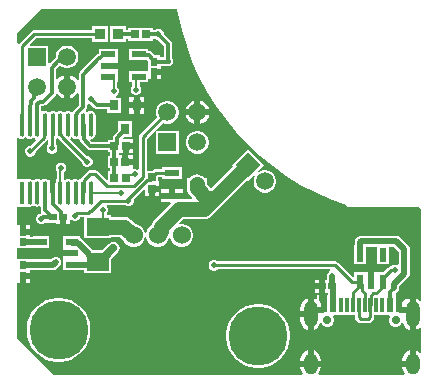
<source format=gtl>
G04*
G04 #@! TF.GenerationSoftware,Altium Limited,Altium Designer,21.9.1 (22)*
G04*
G04 Layer_Physical_Order=1*
G04 Layer_Color=255*
%FSLAX25Y25*%
%MOIN*%
G70*
G04*
G04 #@! TF.SameCoordinates,A7415FA3-026C-4748-ABA7-5A76E8C983D3*
G04*
G04*
G04 #@! TF.FilePolarity,Positive*
G04*
G01*
G75*
%ADD12C,0.01000*%
%ADD14C,0.00800*%
%ADD15R,0.02441X0.02598*%
%ADD16R,0.03150X0.03543*%
%ADD17R,0.02598X0.02441*%
%ADD18R,0.04724X0.02165*%
G04:AMPARAMS|DCode=19|XSize=76.98mil|YSize=16.57mil|CornerRadius=8.28mil|HoleSize=0mil|Usage=FLASHONLY|Rotation=90.000|XOffset=0mil|YOffset=0mil|HoleType=Round|Shape=RoundedRectangle|*
%AMROUNDEDRECTD19*
21,1,0.07698,0.00000,0,0,90.0*
21,1,0.06041,0.01657,0,0,90.0*
1,1,0.01657,0.00000,0.03021*
1,1,0.01657,0.00000,-0.03021*
1,1,0.01657,0.00000,-0.03021*
1,1,0.01657,0.00000,0.03021*
%
%ADD19ROUNDEDRECTD19*%
%ADD20R,0.01657X0.07698*%
%ADD21R,0.03937X0.02362*%
%ADD22R,0.02756X0.02559*%
%ADD23R,0.07480X0.06102*%
%ADD24R,0.03543X0.03740*%
%ADD25R,0.02559X0.02756*%
%ADD26R,0.05118X0.02362*%
%ADD27R,0.02362X0.04724*%
%ADD28R,0.02362X0.05118*%
%ADD29R,0.01181X0.05118*%
%ADD41C,0.05984*%
%ADD42R,0.05984X0.05984*%
%ADD43R,0.05984X0.05984*%
%ADD51C,0.02000*%
%ADD52C,0.01200*%
%ADD53C,0.05000*%
%ADD54C,0.02500*%
%ADD55C,0.05906*%
%ADD56P,0.08352X4X360.0*%
%ADD57C,0.06000*%
%ADD58O,0.04724X0.08661*%
%ADD59O,0.04724X0.07087*%
%ADD60C,0.02756*%
%ADD61C,0.19685*%
%ADD62C,0.01968*%
G36*
X270758Y390694D02*
X272017Y385295D01*
X273627Y379990D01*
X275580Y374801D01*
X277868Y369751D01*
X280481Y364861D01*
X283409Y360153D01*
X286638Y355647D01*
X290155Y351361D01*
X293945Y347315D01*
X297991Y343525D01*
X302277Y340008D01*
X306784Y336778D01*
X311492Y333851D01*
X316381Y331237D01*
X321431Y328949D01*
X326620Y326996D01*
X327037Y326870D01*
X327574Y326511D01*
X328355Y326356D01*
X350394D01*
X350438Y326364D01*
X350957Y326261D01*
X351435Y325942D01*
X351754Y325464D01*
X351858Y324944D01*
X351849Y324901D01*
Y295157D01*
X351375Y294997D01*
X351341Y295041D01*
X350639Y295580D01*
X349943Y295868D01*
Y290674D01*
Y285481D01*
X350639Y285769D01*
X351341Y286308D01*
X351375Y286352D01*
X351849Y286192D01*
Y277913D01*
X351375Y277752D01*
X351341Y277797D01*
X350639Y278336D01*
X349943Y278624D01*
Y274218D01*
X348943D01*
Y273218D01*
X345552D01*
Y273037D01*
X345668Y272159D01*
X346006Y271341D01*
X346309Y270947D01*
X346062Y270447D01*
X317809D01*
X317562Y270947D01*
X317865Y271341D01*
X318203Y272159D01*
X318319Y273037D01*
Y273218D01*
X311537D01*
Y273037D01*
X311652Y272159D01*
X311991Y271341D01*
X312293Y270947D01*
X312047Y270447D01*
X229339D01*
X217211Y282575D01*
Y301150D01*
X218211D01*
Y303449D01*
X219211D01*
Y304449D01*
X221432D01*
Y305387D01*
X222337D01*
Y305241D01*
X227849D01*
Y305387D01*
X229209D01*
X229209Y305387D01*
X229907Y305526D01*
X230498Y305921D01*
X231289Y306711D01*
X231433Y306928D01*
X231502Y306996D01*
X231539Y307086D01*
X231684Y307303D01*
X231734Y307558D01*
X231772Y307648D01*
Y307745D01*
X231822Y308000D01*
X231772Y308255D01*
Y308352D01*
X231734Y308442D01*
X231684Y308697D01*
X231539Y308914D01*
X231502Y309004D01*
X231433Y309072D01*
X231289Y309289D01*
X231072Y309433D01*
X231004Y309502D01*
X230914Y309539D01*
X230697Y309684D01*
X230442Y309735D01*
X230352Y309772D01*
X230255D01*
X230000Y309822D01*
X229745Y309772D01*
X229648D01*
X229558Y309735D01*
X229303Y309684D01*
X229086Y309539D01*
X228996Y309502D01*
X228928Y309433D01*
X228711Y309289D01*
X228454Y309032D01*
X227849D01*
Y309178D01*
X222337D01*
Y309032D01*
X219432D01*
X219432Y309032D01*
X219272Y309000D01*
X217211D01*
Y312630D01*
X221219D01*
Y312880D01*
X222337D01*
Y312721D01*
X227849D01*
Y316658D01*
X222337D01*
Y316525D01*
X221432D01*
Y317181D01*
X219211D01*
Y318181D01*
X218211D01*
Y320480D01*
X217211D01*
Y326492D01*
X220311D01*
X220311Y326492D01*
X220811Y326548D01*
X221254Y326460D01*
X221885Y326586D01*
X222162Y326771D01*
X222534Y326902D01*
X222906Y326771D01*
X223183Y326586D01*
X223814Y326460D01*
X224444Y326586D01*
X224517Y326634D01*
X224958Y326399D01*
Y325476D01*
X225066Y324935D01*
X225183Y324760D01*
X225190Y324626D01*
X224942Y324220D01*
X224898D01*
X224247Y323951D01*
X223749Y323452D01*
X223479Y322801D01*
Y322096D01*
X223749Y321445D01*
X224247Y320947D01*
X224898Y320677D01*
X225603D01*
X226254Y320947D01*
X226392Y321085D01*
X226892Y320941D01*
Y320941D01*
X230144D01*
Y320728D01*
X231444D01*
Y322949D01*
X233443D01*
Y320728D01*
X234743D01*
Y322045D01*
X235243Y322252D01*
X235496Y321998D01*
X236148Y321728D01*
X236852D01*
X237504Y321998D01*
X238002Y322496D01*
X238185Y322937D01*
X239408D01*
Y315935D01*
X248463D01*
Y316458D01*
X251426D01*
X252395Y315489D01*
X252406Y315446D01*
X252905Y314582D01*
X253610Y313877D01*
X254474Y313378D01*
X255437Y313120D01*
X256434D01*
X257398Y313378D01*
X258261Y313877D01*
X258966Y314582D01*
X259465Y315446D01*
X259677Y316237D01*
X260194D01*
X260406Y315446D01*
X260905Y314582D01*
X261610Y313877D01*
X262474Y313378D01*
X263437Y313120D01*
X264434D01*
X265398Y313378D01*
X266261Y313877D01*
X266966Y314582D01*
X267465Y315446D01*
X267582Y315884D01*
X267779Y315989D01*
X268325Y315747D01*
X268406Y315446D01*
X268905Y314582D01*
X269610Y313877D01*
X270474Y313378D01*
X271437Y313120D01*
X272434D01*
X273397Y313378D01*
X274261Y313877D01*
X274966Y314582D01*
X275465Y315446D01*
X275723Y316409D01*
Y317406D01*
X275465Y318370D01*
X274966Y319233D01*
X274261Y319938D01*
X273397Y320437D01*
X272434Y320695D01*
X271504D01*
X271231Y321053D01*
X271203Y321101D01*
X272526Y322424D01*
X279367D01*
X280225Y322537D01*
X281025Y322869D01*
X281712Y323396D01*
X285488Y327172D01*
X293843Y335527D01*
X294143Y335227D01*
X296113Y337197D01*
X296513Y336890D01*
X296226Y336392D01*
X295971Y335441D01*
Y334456D01*
X296226Y333505D01*
X296718Y332652D01*
X297415Y331956D01*
X298268Y331464D01*
X299219Y331209D01*
X300204D01*
X301155Y331464D01*
X302008Y331956D01*
X302704Y332652D01*
X303197Y333505D01*
X303451Y334456D01*
Y335441D01*
X303197Y336392D01*
X302704Y337245D01*
X302008Y337942D01*
X301155Y338434D01*
X300204Y338689D01*
X299219D01*
X298268Y338434D01*
X297770Y338147D01*
X297463Y338547D01*
X299433Y340517D01*
X294143Y345806D01*
X288854Y340517D01*
X289154Y340216D01*
X281770Y332832D01*
X281588D01*
X280388Y334032D01*
Y335917D01*
X279675D01*
X279386Y336293D01*
X278700Y336820D01*
X277900Y337152D01*
X277042Y337265D01*
X276184Y337152D01*
X275384Y336820D01*
X274697Y336293D01*
X274409Y335917D01*
X273695D01*
Y331980D01*
X273819D01*
X273839Y331831D01*
X274170Y331031D01*
X274697Y330344D01*
X275524Y329518D01*
X275332Y329056D01*
X272333D01*
Y329209D01*
X265215D01*
Y328028D01*
X268097D01*
X268289Y327566D01*
X262792Y322069D01*
X262265Y321382D01*
X261934Y320582D01*
X261869Y320088D01*
X261610Y319938D01*
X260905Y319233D01*
X260406Y318370D01*
X260194Y317579D01*
X259677D01*
X259465Y318370D01*
X258966Y319233D01*
X258261Y319938D01*
X257398Y320437D01*
X256615Y320647D01*
X255143Y322118D01*
X254457Y322645D01*
X253657Y322977D01*
X252799Y323090D01*
X248463D01*
Y323612D01*
X246922D01*
Y324154D01*
X247213Y324445D01*
X247483Y325096D01*
Y325801D01*
X247213Y326452D01*
X247029Y326636D01*
X247236Y327136D01*
X253058D01*
X253247Y326947D01*
X253898Y326677D01*
X254603D01*
X255254Y326947D01*
X255752Y327445D01*
X256022Y328096D01*
Y328801D01*
X255950Y328976D01*
X259391Y332418D01*
X259853Y332227D01*
Y330160D01*
X261133D01*
Y332538D01*
X262133D01*
Y333538D01*
X264412D01*
Y334916D01*
X264199D01*
Y336376D01*
X265428D01*
Y335720D01*
X272121D01*
Y339657D01*
X265428D01*
Y339002D01*
X263445D01*
X262943Y338902D01*
X262517Y338617D01*
X262343Y338443D01*
X260313D01*
Y349194D01*
X262991Y351873D01*
X263432Y351606D01*
X263432Y351279D01*
Y344169D01*
X270991D01*
Y351728D01*
X263915D01*
X263554Y351728D01*
X263287Y352168D01*
X265621Y354503D01*
X265752Y354427D01*
X266714Y354169D01*
X267709D01*
X268670Y354427D01*
X269532Y354924D01*
X270236Y355628D01*
X270733Y356490D01*
X270991Y357451D01*
Y358446D01*
X270733Y359408D01*
X270236Y360269D01*
X269532Y360973D01*
X268670Y361471D01*
X267709Y361728D01*
X266714D01*
X265752Y361471D01*
X264891Y360973D01*
X264187Y360269D01*
X263689Y359408D01*
X263432Y358446D01*
Y357451D01*
X263689Y356490D01*
X263765Y356359D01*
X258072Y350666D01*
X257787Y350240D01*
X257687Y349738D01*
Y339131D01*
X257187Y338870D01*
X256720Y339064D01*
X256046D01*
X256004Y339073D01*
X255589Y339428D01*
Y340449D01*
X253211D01*
Y341449D01*
X252211D01*
Y343728D01*
X250974D01*
Y344445D01*
X252300D01*
Y346724D01*
X253300D01*
Y347724D01*
X255678D01*
Y349004D01*
X252617D01*
X252426Y349466D01*
X252850Y349890D01*
X255573D01*
Y355008D01*
X250849D01*
Y351890D01*
X249338Y350379D01*
X249031Y349920D01*
X248923Y349379D01*
Y348791D01*
X247394D01*
Y348139D01*
X242061D01*
X241579Y348621D01*
X241663Y348896D01*
X241792Y349115D01*
X242357Y349227D01*
X242892Y349584D01*
X243249Y350119D01*
X243374Y350749D01*
Y356790D01*
X243249Y357421D01*
X242892Y357955D01*
X242357Y358312D01*
X241727Y358438D01*
X241096Y358312D01*
X240562Y357955D01*
X240333D01*
X240077Y358126D01*
X239990Y358745D01*
X240032Y358787D01*
X240338Y359246D01*
X240446Y359787D01*
Y360526D01*
X240946Y360860D01*
X241263Y360728D01*
X241387D01*
X242793Y359323D01*
X243252Y359016D01*
X243793Y358908D01*
X247109D01*
Y357764D01*
X251833D01*
Y362882D01*
X250126D01*
X250027Y363382D01*
X250369Y363524D01*
X250868Y364022D01*
X251137Y364673D01*
Y365378D01*
X250868Y366029D01*
X250576Y366321D01*
Y367935D01*
X250590D01*
Y371463D01*
X250803D01*
Y372545D01*
X247441D01*
Y374545D01*
X250803D01*
Y375628D01*
X250590D01*
Y379155D01*
X244291D01*
Y377416D01*
X244256Y377380D01*
X243963Y377322D01*
X243504Y377015D01*
X238031Y371543D01*
X237725Y371084D01*
X237617Y370543D01*
Y368736D01*
X237117Y368602D01*
X236945Y368900D01*
X236202Y369643D01*
X235292Y370169D01*
X234751Y370314D01*
Y366449D01*
Y362584D01*
X235292Y362729D01*
X236202Y363254D01*
X236945Y363998D01*
X237117Y364295D01*
X237617Y364161D01*
Y360373D01*
X235952Y358708D01*
X235645Y358249D01*
X235639Y358219D01*
X235456Y358106D01*
X235151Y357997D01*
X234680Y358312D01*
X234050Y358438D01*
X233419Y358312D01*
X233142Y358127D01*
X232770Y357996D01*
X232398Y358127D01*
X232121Y358312D01*
X231491Y358438D01*
X230860Y358312D01*
X230326Y357955D01*
X230097D01*
X229562Y358312D01*
X228932Y358438D01*
X228301Y358312D01*
X228024Y358127D01*
X227652Y357996D01*
X227280Y358127D01*
X227003Y358312D01*
X226373Y358438D01*
X225742Y358312D01*
X225669Y358263D01*
X225228Y358499D01*
Y360143D01*
X225777D01*
X226318Y360251D01*
X226777Y360557D01*
X229642Y363422D01*
X229949Y363881D01*
X229974Y364006D01*
X230501Y364093D01*
X230556Y363998D01*
X231299Y363254D01*
X232210Y362729D01*
X232751Y362584D01*
Y366449D01*
Y370314D01*
X232210Y370169D01*
X231299Y369643D01*
X230557Y368900D01*
X230430Y368901D01*
X230057Y369001D01*
Y372254D01*
X231328Y373526D01*
X231430Y373424D01*
X232292Y372927D01*
X233253Y372669D01*
X234248D01*
X235209Y372927D01*
X236071Y373424D01*
X236775Y374128D01*
X237273Y374990D01*
X237530Y375951D01*
Y376946D01*
X237273Y377908D01*
X236775Y378769D01*
X236071Y379473D01*
X235209Y379971D01*
X234248Y380228D01*
X233253D01*
X232292Y379971D01*
X231430Y379473D01*
X230726Y378769D01*
X230229Y377908D01*
X229971Y376946D01*
Y376117D01*
X229812Y376010D01*
X228030Y374229D01*
X227530Y374436D01*
Y380228D01*
X221511D01*
X221320Y380690D01*
X223266Y382636D01*
X242239D01*
Y381291D01*
X247357D01*
Y386606D01*
X242239D01*
Y385261D01*
X222722D01*
X222219Y385161D01*
X221794Y384877D01*
X217767Y380851D01*
X217711Y380766D01*
X217211Y380918D01*
Y384327D01*
X225305Y392422D01*
X270473D01*
X270758Y390694D01*
D02*
G37*
G36*
X235978Y349227D02*
X236609Y349102D01*
X237239Y349227D01*
X237341Y349295D01*
X237841Y349028D01*
Y348944D01*
X237948Y348403D01*
X238255Y347944D01*
X240475Y345724D01*
X240934Y345417D01*
X241475Y345310D01*
X247394D01*
Y344657D01*
X248145D01*
Y343516D01*
X247306D01*
Y339382D01*
X248145D01*
Y338291D01*
X247394D01*
Y335615D01*
X246933Y335424D01*
X243897Y338460D01*
X243471Y338744D01*
X242969Y338844D01*
X241531D01*
X241029Y338744D01*
X240603Y338460D01*
X238365Y336222D01*
X238081Y335796D01*
X238064Y335711D01*
X237510Y335490D01*
X237239Y335671D01*
X236609Y335796D01*
X235978Y335671D01*
X235444Y335314D01*
X235215D01*
X234680Y335671D01*
X234050Y335796D01*
X233419Y335671D01*
X233201Y335525D01*
X232701Y335792D01*
Y337925D01*
X232754Y337947D01*
X233253Y338445D01*
X233522Y339096D01*
Y339801D01*
X233253Y340452D01*
X232754Y340951D01*
X232103Y341220D01*
X231398D01*
X230747Y340951D01*
X230249Y340452D01*
X229979Y339801D01*
Y339096D01*
X230249Y338445D01*
X230280Y338414D01*
Y336048D01*
X229932Y335862D01*
Y334594D01*
X229843Y334149D01*
Y331128D01*
X228020D01*
Y334149D01*
X227932Y334594D01*
Y335679D01*
X227614Y335467D01*
X227519Y335326D01*
X227003Y335671D01*
X226373Y335796D01*
X225742Y335671D01*
X225208Y335314D01*
X224978D01*
X224444Y335671D01*
X223814Y335796D01*
X223183Y335671D01*
X222906Y335485D01*
X222534Y335354D01*
X222162Y335485D01*
X221885Y335671D01*
X221254Y335796D01*
X220811Y335708D01*
X220311Y335764D01*
X220311Y335764D01*
X220311Y335764D01*
X217211D01*
Y349231D01*
X217711Y349464D01*
X218065Y349227D01*
X218695Y349102D01*
X219326Y349227D01*
X219860Y349584D01*
X220090D01*
X220624Y349227D01*
X221254Y349102D01*
X221885Y349227D01*
X222162Y349412D01*
X222534Y349544D01*
X222906Y349412D01*
X223171Y349235D01*
X223245Y349181D01*
X223335Y348691D01*
X221415Y346772D01*
X221148D01*
X220496Y346502D01*
X219998Y346004D01*
X219728Y345352D01*
Y344648D01*
X219998Y343996D01*
X220496Y343498D01*
X221148Y343228D01*
X221852D01*
X222504Y343498D01*
X223002Y343996D01*
X223272Y344648D01*
Y344915D01*
X226857Y348501D01*
X227028Y348757D01*
X227529Y348605D01*
Y347232D01*
X227249Y346952D01*
X226979Y346301D01*
Y345596D01*
X227249Y344945D01*
X227747Y344447D01*
X228398Y344177D01*
X229103D01*
X229754Y344447D01*
X230253Y344945D01*
X230522Y345596D01*
Y346301D01*
X230253Y346952D01*
X230154Y347051D01*
Y349098D01*
X230654Y349365D01*
X230782Y349279D01*
X231006Y348944D01*
X238728Y341222D01*
Y341148D01*
X238998Y340496D01*
X239496Y339998D01*
X240148Y339728D01*
X240852D01*
X241504Y339998D01*
X242002Y340496D01*
X242272Y341148D01*
Y341852D01*
X242002Y342504D01*
X241504Y343002D01*
X240852Y343272D01*
X240391D01*
X234869Y348794D01*
X234958Y349412D01*
X235215Y349584D01*
X235444D01*
X235978Y349227D01*
D02*
G37*
%LPC*%
G36*
X253262Y386606D02*
X248144D01*
Y381291D01*
X253262D01*
Y382534D01*
X254215D01*
Y381882D01*
X262286D01*
Y382534D01*
X263160D01*
X263247Y382447D01*
X263898Y382177D01*
X264022D01*
X265972Y380227D01*
Y376308D01*
X264868D01*
Y376980D01*
X263005D01*
X262751Y377361D01*
X262048Y378064D01*
X261589Y378371D01*
X261048Y378479D01*
X260828D01*
Y379155D01*
X259577D01*
X259441Y379182D01*
X259304Y379155D01*
X254529D01*
Y375415D01*
X260528D01*
X260750Y375082D01*
X260852Y374980D01*
Y373728D01*
X260640D01*
Y371675D01*
X254529D01*
Y367935D01*
X255540D01*
Y366783D01*
X255249Y366492D01*
X254979Y365841D01*
Y365136D01*
X255249Y364485D01*
X255747Y363986D01*
X256398Y363717D01*
X257103D01*
X257754Y363986D01*
X258253Y364485D01*
X258522Y365136D01*
Y365841D01*
X258253Y366492D01*
X257961Y366783D01*
Y367935D01*
X260828D01*
Y369130D01*
X261860D01*
Y371429D01*
X262860D01*
Y372429D01*
X265081D01*
Y373479D01*
X266459D01*
X267034Y373241D01*
X267739D01*
X268390Y373511D01*
X268888Y374009D01*
X269046Y374391D01*
X269057Y374408D01*
X269061Y374427D01*
X269158Y374660D01*
Y374913D01*
X269165Y374949D01*
X269158Y374984D01*
Y375365D01*
X268888Y376016D01*
X268801Y376104D01*
Y380813D01*
X268693Y381354D01*
X268387Y381813D01*
X266022Y384178D01*
Y384301D01*
X265753Y384952D01*
X265254Y385451D01*
X264603Y385720D01*
X263898D01*
X263247Y385451D01*
X263160Y385363D01*
X262286D01*
Y386016D01*
X254215D01*
Y385363D01*
X253262D01*
Y386606D01*
D02*
G37*
G36*
X265081Y370429D02*
X263860D01*
Y369130D01*
X265081D01*
Y370429D01*
D02*
G37*
G36*
X259526Y363094D02*
X257951D01*
Y361323D01*
X259526D01*
Y363094D01*
D02*
G37*
G36*
X255951D02*
X254377D01*
Y361323D01*
X255951D01*
Y363094D01*
D02*
G37*
G36*
X278211Y361814D02*
Y358949D01*
X281076D01*
X280931Y359490D01*
X280406Y360400D01*
X279662Y361143D01*
X278752Y361669D01*
X278211Y361814D01*
D02*
G37*
G36*
X276211D02*
X275670Y361669D01*
X274760Y361143D01*
X274017Y360400D01*
X273491Y359490D01*
X273346Y358949D01*
X276211D01*
Y361814D01*
D02*
G37*
G36*
X259526Y359323D02*
X257951D01*
Y357551D01*
X259526D01*
Y359323D01*
D02*
G37*
G36*
X255951D02*
X254377D01*
Y357551D01*
X255951D01*
Y359323D01*
D02*
G37*
G36*
X281076Y356949D02*
X278211D01*
Y354084D01*
X278752Y354229D01*
X279662Y354754D01*
X280406Y355498D01*
X280931Y356408D01*
X281076Y356949D01*
D02*
G37*
G36*
X276211D02*
X273346D01*
X273491Y356408D01*
X274017Y355498D01*
X274760Y354754D01*
X275670Y354229D01*
X276211Y354084D01*
Y356949D01*
D02*
G37*
G36*
X255678Y345724D02*
X254300D01*
Y344445D01*
X255678D01*
Y345724D01*
D02*
G37*
G36*
X277709Y351728D02*
X276714D01*
X275752Y351471D01*
X274890Y350973D01*
X274187Y350270D01*
X273689Y349408D01*
X273432Y348446D01*
Y347451D01*
X273689Y346490D01*
X274187Y345628D01*
X274890Y344924D01*
X275752Y344427D01*
X276714Y344169D01*
X277709D01*
X278670Y344427D01*
X279532Y344924D01*
X280236Y345628D01*
X280733Y346490D01*
X280991Y347451D01*
Y348446D01*
X280733Y349408D01*
X280236Y350270D01*
X279532Y350973D01*
X278670Y351471D01*
X277709Y351728D01*
D02*
G37*
G36*
X255589Y343728D02*
X254211D01*
Y342449D01*
X255589D01*
Y343728D01*
D02*
G37*
G36*
X272333Y332390D02*
X269774D01*
Y331209D01*
X272333D01*
Y332390D01*
D02*
G37*
G36*
X267774D02*
X265215D01*
Y331209D01*
X267774D01*
Y332390D01*
D02*
G37*
G36*
X264412Y331538D02*
X263133D01*
Y330160D01*
X264412D01*
Y331538D01*
D02*
G37*
G36*
X221432Y320480D02*
X220211D01*
Y319181D01*
X221432D01*
Y320480D01*
D02*
G37*
G36*
X343551Y316771D02*
X343551Y316771D01*
X331751D01*
X331751Y316771D01*
X331495Y316721D01*
X331398D01*
X331308Y316683D01*
X331053Y316633D01*
X330837Y316488D01*
X330747Y316451D01*
X330678Y316382D01*
X330462Y316237D01*
X330462Y316237D01*
X330182Y315958D01*
X329787Y315367D01*
X329649Y314669D01*
X329649Y314669D01*
Y313626D01*
X329503D01*
Y307327D01*
X333440D01*
Y313126D01*
X336983D01*
Y307327D01*
X340920D01*
Y313126D01*
X342796D01*
X344412Y311510D01*
Y307426D01*
X343912Y307092D01*
X343603Y307221D01*
X342898D01*
X342247Y306951D01*
X341872Y306576D01*
X341613D01*
X341110Y306476D01*
X340684Y306192D01*
X339064Y304571D01*
X337392D01*
Y304784D01*
X336211D01*
Y301421D01*
X334211D01*
Y304784D01*
X333030D01*
Y304571D01*
X329503D01*
Y303260D01*
X329003Y303053D01*
X324179Y307877D01*
X323753Y308161D01*
X323251Y308261D01*
X283943D01*
X283754Y308451D01*
X283103Y308720D01*
X282398D01*
X281747Y308451D01*
X281249Y307952D01*
X280979Y307301D01*
Y306596D01*
X281249Y305945D01*
X281747Y305447D01*
X282398Y305177D01*
X283103D01*
X283754Y305447D01*
X283943Y305636D01*
X321522D01*
X321572Y305136D01*
X321553Y305133D01*
X321337Y304988D01*
X321247Y304951D01*
X321178Y304882D01*
X320962Y304737D01*
X320817Y304521D01*
X320749Y304452D01*
X320711Y304363D01*
X320567Y304146D01*
X320516Y303891D01*
X320479Y303801D01*
Y303704D01*
X320428Y303449D01*
Y302169D01*
X319786D01*
Y299949D01*
Y297728D01*
X320664D01*
Y297157D01*
X320337D01*
Y293598D01*
X318337D01*
Y297157D01*
X317156D01*
Y295737D01*
X316707Y295515D01*
X316623Y295580D01*
X315928Y295868D01*
Y290674D01*
Y285481D01*
X316623Y285769D01*
X317326Y286308D01*
X317865Y287010D01*
X318120Y287626D01*
X318661Y287626D01*
X318722Y287479D01*
X319331Y286870D01*
X320127Y286540D01*
X320988D01*
X321784Y286870D01*
X322393Y287479D01*
X322723Y288275D01*
Y289137D01*
X322468Y289751D01*
X322728Y290251D01*
X329729D01*
Y289658D01*
X329829Y289155D01*
X330114Y288730D01*
X330822Y288021D01*
X331248Y287736D01*
X331751Y287636D01*
X334165D01*
X334667Y287736D01*
X335093Y288021D01*
X335726Y288654D01*
X336011Y289080D01*
X336111Y289582D01*
Y290251D01*
X341143D01*
X341403Y289751D01*
X341148Y289137D01*
Y288275D01*
X341478Y287479D01*
X342087Y286870D01*
X342883Y286540D01*
X343744D01*
X344540Y286870D01*
X345149Y287479D01*
X345210Y287626D01*
X345751Y287626D01*
X346006Y287010D01*
X346545Y286308D01*
X347248Y285769D01*
X347943Y285481D01*
Y290674D01*
Y295868D01*
X347248Y295580D01*
X347163Y295515D01*
X346715Y295736D01*
Y297157D01*
X345534D01*
Y293598D01*
X343534D01*
Y297375D01*
X343379Y297657D01*
X343448Y297765D01*
X343664Y297910D01*
X343754Y297947D01*
X343823Y298016D01*
X344039Y298160D01*
X344184Y298377D01*
X344252Y298445D01*
X344290Y298535D01*
X344434Y298751D01*
X344485Y299007D01*
X344522Y299096D01*
Y299194D01*
X344573Y299449D01*
Y299974D01*
X347523Y302924D01*
X347523Y302924D01*
X347919Y303515D01*
X348057Y304213D01*
Y312265D01*
X348057Y312265D01*
X347919Y312963D01*
X347523Y313554D01*
X344840Y316237D01*
X344249Y316633D01*
X343551Y316771D01*
D02*
G37*
G36*
X238085Y316657D02*
X232573D01*
Y313130D01*
X232361D01*
Y311949D01*
X235329D01*
Y309949D01*
X232361D01*
Y308768D01*
X232573D01*
Y305240D01*
X238085D01*
Y305386D01*
X239408D01*
Y304321D01*
X244960D01*
X245176Y304293D01*
X245391Y304321D01*
X248463D01*
Y307393D01*
X248492Y307609D01*
X248463Y307824D01*
Y309061D01*
X250680Y311277D01*
X251130Y311951D01*
X251289Y312746D01*
X251130Y313541D01*
X250680Y314215D01*
X250006Y314666D01*
X249211Y314824D01*
X248416Y314666D01*
X247742Y314215D01*
X245525Y311998D01*
X242517D01*
X242484Y312048D01*
X238736Y315796D01*
X238145Y316191D01*
X238085Y316203D01*
Y316657D01*
D02*
G37*
G36*
X221432Y302449D02*
X220211D01*
Y301150D01*
X221432D01*
Y302449D01*
D02*
G37*
G36*
X317786Y302169D02*
X316487D01*
Y300949D01*
X317786D01*
Y302169D01*
D02*
G37*
G36*
Y298949D02*
X316487D01*
Y297728D01*
X317786D01*
Y298949D01*
D02*
G37*
G36*
X313928Y295868D02*
X313232Y295580D01*
X312530Y295041D01*
X311991Y294338D01*
X311652Y293521D01*
X311537Y292643D01*
Y291674D01*
X313928D01*
Y295868D01*
D02*
G37*
G36*
Y289674D02*
X311537D01*
Y288706D01*
X311652Y287828D01*
X311991Y287010D01*
X312530Y286308D01*
X313232Y285769D01*
X313928Y285481D01*
Y289674D01*
D02*
G37*
G36*
X347943Y278624D02*
X347248Y278336D01*
X346545Y277797D01*
X346006Y277095D01*
X345668Y276277D01*
X345552Y275399D01*
Y275218D01*
X347943D01*
Y278624D01*
D02*
G37*
G36*
X315928D02*
Y275218D01*
X318319D01*
Y275399D01*
X318203Y276277D01*
X317865Y277095D01*
X317326Y277797D01*
X316623Y278336D01*
X315928Y278624D01*
D02*
G37*
G36*
X313928D02*
X313232Y278336D01*
X312530Y277797D01*
X311991Y277095D01*
X311652Y276277D01*
X311537Y275399D01*
Y275218D01*
X313928D01*
Y278624D01*
D02*
G37*
G36*
X231772Y296038D02*
X230099D01*
X228447Y295776D01*
X226855Y295259D01*
X225364Y294499D01*
X224011Y293516D01*
X222828Y292333D01*
X221844Y290979D01*
X221084Y289488D01*
X220567Y287897D01*
X220306Y286244D01*
Y284571D01*
X220567Y282919D01*
X221084Y281327D01*
X221844Y279836D01*
X222828Y278483D01*
X224011Y277300D01*
X225364Y276316D01*
X226855Y275556D01*
X228447Y275040D01*
X230099Y274778D01*
X231772D01*
X233425Y275040D01*
X235016Y275556D01*
X236507Y276316D01*
X237861Y277300D01*
X239044Y278483D01*
X240027Y279836D01*
X240787Y281327D01*
X241304Y282919D01*
X241566Y284571D01*
Y286244D01*
X241304Y287897D01*
X240787Y289488D01*
X240027Y290979D01*
X239044Y292333D01*
X237861Y293516D01*
X236507Y294499D01*
X235016Y295259D01*
X233425Y295776D01*
X231772Y296038D01*
D02*
G37*
G36*
X298272Y294038D02*
X296599D01*
X294947Y293776D01*
X293355Y293259D01*
X291864Y292499D01*
X290511Y291516D01*
X289328Y290333D01*
X288344Y288979D01*
X287584Y287488D01*
X287068Y285897D01*
X286806Y284244D01*
Y282571D01*
X287068Y280919D01*
X287584Y279327D01*
X288344Y277836D01*
X289328Y276483D01*
X290511Y275300D01*
X291864Y274316D01*
X293355Y273556D01*
X294947Y273040D01*
X296599Y272778D01*
X298272D01*
X299925Y273040D01*
X301516Y273556D01*
X303007Y274316D01*
X304361Y275300D01*
X305544Y276483D01*
X306527Y277836D01*
X307287Y279327D01*
X307804Y280919D01*
X308066Y282571D01*
Y284244D01*
X307804Y285897D01*
X307287Y287488D01*
X306527Y288979D01*
X305544Y290333D01*
X304361Y291516D01*
X303007Y292499D01*
X301516Y293259D01*
X299925Y293776D01*
X298272Y294038D01*
D02*
G37*
%LPD*%
D12*
X226373Y350571D02*
Y353770D01*
X225929Y350128D02*
X226373Y350571D01*
X221500Y345000D02*
X225929Y349429D01*
Y350128D01*
X241531Y337531D02*
X242969D01*
X239168Y331128D02*
X239294Y331254D01*
Y335294D01*
X241531Y337531D01*
X237250Y324250D02*
X240750D01*
X236500Y323500D02*
X237250Y324250D01*
X240750D02*
X241500Y325000D01*
X241749D01*
X245198Y328449D02*
X254251D01*
X241749Y325000D02*
X245198Y328449D01*
X231491Y350571D02*
X231934Y350128D01*
Y349873D02*
X240307Y341500D01*
X231491Y350571D02*
Y353770D01*
X231934Y349873D02*
Y350128D01*
X240307Y341500D02*
X240500D01*
X341613Y305263D02*
X343065D01*
X343251Y305449D01*
X338951Y302602D02*
X341613Y305263D01*
X228751Y345949D02*
X228841Y346039D01*
Y353679D01*
X228932Y353770D01*
X261353Y335400D02*
X262133Y336179D01*
X260517Y335400D02*
X261353D01*
X263445Y337689D02*
X268774D01*
X262133Y336376D02*
X263445Y337689D01*
X338951Y301421D02*
Y302602D01*
X282751Y306949D02*
X323251D01*
X328778Y301421D01*
X331471D01*
X331751Y288949D02*
X334165D01*
X331042Y289658D02*
X331751Y288949D01*
X331042Y289658D02*
Y293508D01*
X334798Y289582D02*
Y293507D01*
X334889Y293598D01*
X334165Y288949D02*
X334798Y289582D01*
X330952Y293598D02*
X331042Y293508D01*
X338270Y300740D02*
X338951Y301421D01*
X338270Y299116D02*
Y300740D01*
X336762Y297608D02*
X338270Y299116D01*
X335897Y297608D02*
X336762D01*
X334979Y296690D02*
X335897Y297608D01*
X334979Y293688D02*
Y296690D01*
X334889Y293598D02*
X334979Y293688D01*
X328983Y297752D02*
X331471Y300240D01*
X328983Y293598D02*
Y297752D01*
X331471Y300240D02*
Y301421D01*
X332152Y298424D02*
X332920Y297657D01*
X331471Y301421D02*
X332152Y300740D01*
X332920Y293598D02*
Y297657D01*
X332152Y298424D02*
Y300740D01*
X222722Y383949D02*
X244798D01*
X218695Y353770D02*
Y379922D01*
X222722Y383949D01*
X243782Y384965D02*
X244798Y383949D01*
X242969Y337531D02*
X247000Y333500D01*
X262133Y336278D02*
Y336376D01*
Y336179D02*
Y336278D01*
X254251Y328449D02*
Y329134D01*
X260517Y335400D01*
X247000Y333500D02*
X256089D01*
X259000Y336411D01*
Y349738D01*
X267211Y357949D01*
D14*
X231491Y339189D02*
X231751Y339449D01*
X231491Y331128D02*
Y339189D01*
X249366Y365026D02*
Y369123D01*
X247441Y369805D02*
X248683D01*
X249366Y369123D01*
X256751D02*
X257433Y369805D01*
X256751Y365488D02*
Y369123D01*
X257433Y369805D02*
X257679D01*
X243936Y319774D02*
X245711Y321549D01*
Y325449D01*
X249211Y312746D02*
Y312949D01*
X243936Y308160D02*
X244625D01*
X253300Y336224D02*
X254180Y337104D01*
X256180D02*
X256368Y337292D01*
X254180Y337104D02*
X256180D01*
X251638Y331128D02*
X251751Y331016D01*
X241727Y331128D02*
X251638D01*
D15*
X219211Y318181D02*
D03*
Y314717D02*
D03*
X262860Y374894D02*
D03*
Y371429D02*
D03*
X219211Y303449D02*
D03*
Y306913D02*
D03*
D16*
X253211Y352449D02*
D03*
X249471Y360323D02*
D03*
X256951D02*
D03*
D17*
X232443Y322949D02*
D03*
X228979D02*
D03*
X318786Y299949D02*
D03*
X322251D02*
D03*
D18*
X247441Y377285D02*
D03*
Y373545D02*
D03*
Y369805D02*
D03*
X257679D02*
D03*
Y377285D02*
D03*
D19*
X218695Y353770D02*
D03*
X221254D02*
D03*
X223814D02*
D03*
X226373D02*
D03*
X228932D02*
D03*
X231491D02*
D03*
X234050D02*
D03*
X236609D02*
D03*
X239168D02*
D03*
X241727D02*
D03*
Y331128D02*
D03*
X239168D02*
D03*
X236609D02*
D03*
X234050D02*
D03*
X231491D02*
D03*
X228932D02*
D03*
X226373D02*
D03*
X223814D02*
D03*
X221254D02*
D03*
D20*
X218695D02*
D03*
D21*
X235329Y307209D02*
D03*
X235329Y310949D02*
D03*
X235329Y314689D02*
D03*
X225093Y314689D02*
D03*
X225093Y307209D02*
D03*
D22*
X249560Y346724D02*
D03*
X253300D02*
D03*
X249471Y341449D02*
D03*
X253211D02*
D03*
X260121Y383949D02*
D03*
X256381D02*
D03*
X249560Y336224D02*
D03*
X253300D02*
D03*
D23*
X243936Y308160D02*
D03*
Y319774D02*
D03*
D24*
X250703Y383949D02*
D03*
X244798D02*
D03*
D25*
X262133Y336278D02*
D03*
Y332538D02*
D03*
D26*
X277042Y333949D02*
D03*
X268774Y330209D02*
D03*
Y337689D02*
D03*
D27*
X331471Y310476D02*
D03*
X338951D02*
D03*
Y301421D02*
D03*
X335211D02*
D03*
X331471D02*
D03*
D28*
X319337Y293598D02*
D03*
X322487D02*
D03*
X344534D02*
D03*
X341385D02*
D03*
D29*
X325046D02*
D03*
X327015D02*
D03*
X328983D02*
D03*
X330952D02*
D03*
X332920D02*
D03*
X334889D02*
D03*
X336857D02*
D03*
X338826D02*
D03*
D41*
X267211Y357949D02*
D03*
X277211D02*
D03*
Y347949D02*
D03*
X233751Y376449D02*
D03*
Y366449D02*
D03*
X223751D02*
D03*
D42*
X267211Y347949D02*
D03*
D43*
X223751Y376449D02*
D03*
D51*
X225093Y307209D02*
X229209D01*
X219432D02*
X225093D01*
X229209D02*
X230000Y308000D01*
X343551Y314949D02*
X346235Y312265D01*
X331751Y314949D02*
X343551D01*
X346235Y304213D02*
Y312265D01*
X342751Y299449D02*
Y300729D01*
X346235Y304213D01*
X316186Y292136D02*
X319156D01*
X319337Y292317D02*
Y293598D01*
X314928Y290674D02*
Y290878D01*
X316186Y292136D01*
X319156D02*
X319337Y292317D01*
X344534D02*
X344715Y292136D01*
X348943Y290674D02*
Y290878D01*
X344534Y292317D02*
Y293598D01*
X344715Y292136D02*
X347685D01*
X348943Y290878D01*
X346751Y298949D02*
X346800Y298899D01*
X344534Y294976D02*
X346800Y297242D01*
Y298899D01*
X344534Y293598D02*
Y294976D01*
X318786Y295526D02*
X319337Y294976D01*
Y293598D02*
Y294976D01*
X318786Y295526D02*
Y299949D01*
X331471Y314669D02*
X331751Y314949D01*
X331471Y310476D02*
Y314669D01*
X322487Y293598D02*
Y300311D01*
X322251Y299949D02*
Y303449D01*
X241751Y306664D02*
X242296Y307209D01*
X235329D02*
X242296D01*
X243247Y308160D01*
X243936D01*
X331471Y309295D02*
Y310476D01*
X219225Y314703D02*
X225079D01*
X219211Y314717D02*
X219225Y314703D01*
X225079D02*
X225093Y314689D01*
X219211Y306989D02*
X219432Y307209D01*
X219211Y306913D02*
Y306989D01*
X241196Y310211D02*
X243247Y308160D01*
X235329Y314689D02*
X235510Y314508D01*
X237448D01*
X241196Y310760D01*
Y310211D02*
Y310760D01*
D52*
X236952Y357708D02*
X239032Y359787D01*
Y370543D02*
X244504Y376015D01*
X243793Y360323D02*
X249471D01*
X239032Y359787D02*
Y370543D01*
X241616Y362500D02*
X243793Y360323D01*
X236952Y357257D02*
Y357708D01*
X236609Y356914D02*
X236952Y357257D01*
X262860Y374894D02*
X267696D01*
X264251Y383949D02*
X267386Y380813D01*
Y375013D02*
Y380813D01*
X229019Y327391D02*
X231744Y324665D01*
Y323569D02*
X232365Y322949D01*
X228932Y331128D02*
X229019Y331041D01*
Y327391D02*
Y331041D01*
X231744Y323569D02*
Y324665D01*
X232365Y322949D02*
X232443D01*
X228251Y337949D02*
X228932Y337268D01*
Y331128D02*
Y337268D01*
X239255Y348944D02*
X241475Y346724D01*
X249560Y341449D02*
Y346724D01*
Y336224D02*
Y341449D01*
X241475Y346724D02*
X249560D01*
X239255Y348944D02*
Y353682D01*
X228900Y322949D02*
X228979D01*
X225751D02*
X228900D01*
X225251Y322449D02*
X225751Y322949D01*
X267386Y375013D02*
X267450Y374949D01*
X267751D01*
X267696Y374894D02*
X267751Y374949D01*
X260121Y383949D02*
X264251D01*
X258958Y377285D02*
X259441Y377768D01*
X257679Y377285D02*
X258958D01*
X250703Y383949D02*
X256381D01*
X232251Y376243D02*
Y376449D01*
X230812Y375010D02*
X231017D01*
X228642Y364423D02*
Y372840D01*
X231017Y375010D02*
X232251Y376243D01*
X228642Y372840D02*
X230812Y375010D01*
X223814Y360756D02*
X224615Y361558D01*
X225777D01*
X228642Y364423D01*
X222835Y362589D02*
Y365533D01*
X221826Y361580D02*
X222835Y362589D01*
X221826Y360650D02*
Y361580D01*
X222835Y365533D02*
X223751Y366449D01*
X223814Y353770D02*
Y360756D01*
X236609Y353770D02*
Y356914D01*
X244504Y376015D02*
X244891D01*
X246161Y377285D01*
X247441D01*
X257900Y377064D02*
X261048D01*
X261751Y376082D02*
Y376361D01*
X262860Y374894D02*
Y374973D01*
X261751Y376082D02*
X262860Y374973D01*
X257679Y377285D02*
X257900Y377064D01*
X261048D02*
X261751Y376361D01*
X341385Y298083D02*
X342751Y299449D01*
X341385Y293598D02*
Y298083D01*
X221826Y366024D02*
X222251Y366449D01*
X221254Y360078D02*
X221826Y360650D01*
X221254Y353770D02*
Y360078D01*
X250338Y349379D02*
X253211Y352252D01*
X249658Y346724D02*
X250338Y347404D01*
X253211Y352252D02*
Y352449D01*
X250338Y347404D02*
Y349379D01*
X249560Y346724D02*
X249658D01*
X239168Y353770D02*
X239255Y353682D01*
X226373Y325476D02*
X228900Y322949D01*
X226373Y325476D02*
Y331128D01*
D53*
X244625Y308160D02*
X245176Y307609D01*
X252799Y319774D02*
X255665Y316908D01*
X255936D01*
X243936Y319774D02*
X252799D01*
X283143Y329517D02*
X294143Y340517D01*
X279367Y325740D02*
X283143Y329517D01*
X277042Y332689D02*
X280214Y329517D01*
X277042Y332689D02*
Y333949D01*
X280214Y329517D02*
X283143D01*
X265136Y318379D02*
Y319724D01*
X271153Y325740D01*
X263936Y316908D02*
Y317178D01*
X265136Y318379D01*
X271153Y325740D02*
X279367D01*
D54*
X244625Y308160D02*
X249211Y312746D01*
D55*
X299711Y334949D02*
D03*
D56*
X294143Y340517D02*
D03*
D57*
X255936Y316908D02*
D03*
X263936D02*
D03*
X271936D02*
D03*
D58*
X348943Y290674D02*
D03*
X314928D02*
D03*
D59*
Y274218D02*
D03*
X348943D02*
D03*
D60*
X320558Y288706D02*
D03*
X343314D02*
D03*
D61*
X230936Y285408D02*
D03*
X297436Y283408D02*
D03*
D62*
X342520Y318898D02*
D03*
X348425Y283465D02*
D03*
X342520Y271654D02*
D03*
X330709Y318898D02*
D03*
X336614Y283465D02*
D03*
X330709Y271654D02*
D03*
X318898Y318898D02*
D03*
X324803Y283465D02*
D03*
X312992Y330709D02*
D03*
X307086Y318898D02*
D03*
X312992Y283465D02*
D03*
X307086Y271654D02*
D03*
X295275Y318898D02*
D03*
Y271654D02*
D03*
X283465Y342520D02*
D03*
Y318898D02*
D03*
Y271654D02*
D03*
X271654Y366142D02*
D03*
X277559Y283465D02*
D03*
X271654Y271654D02*
D03*
X259842Y295275D02*
D03*
X265748Y283465D02*
D03*
X259842Y271654D02*
D03*
X248031Y295275D02*
D03*
X253937Y283465D02*
D03*
X248031Y271654D02*
D03*
X242126Y377953D02*
D03*
X236220Y271654D02*
D03*
X224409Y318898D02*
D03*
Y295275D02*
D03*
X230000Y308000D02*
D03*
X221500Y345000D02*
D03*
X241616Y362500D02*
D03*
X236500Y323500D02*
D03*
X240500Y341500D02*
D03*
X343251Y305449D02*
D03*
X225251Y322449D02*
D03*
X267386Y375013D02*
D03*
X264251Y383949D02*
D03*
X228751Y345949D02*
D03*
X254251Y328449D02*
D03*
X282751Y306949D02*
D03*
X331751Y314949D02*
D03*
X322251Y303449D02*
D03*
X231751Y339449D02*
D03*
X342751Y299449D02*
D03*
X256751Y365488D02*
D03*
X245711Y325449D02*
D03*
X249366Y365026D02*
D03*
X249211Y312949D02*
D03*
X251751Y331016D02*
D03*
X256368Y337292D02*
D03*
M02*

</source>
